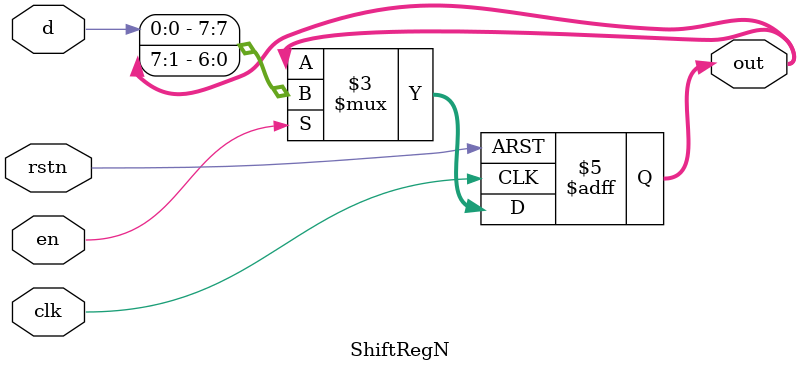
<source format=sv>
`timescale 1ns / 1ps

module ShiftRegN #(parameter N=8) (  
    input d,               // Declare input for data to the first flop in the shift register
    input clk,             // Declare input for clock to all flops in the shift register
    input en,              // Declare input for enable to switch the shift register on/off
    input rstn,            // Declare input to reset the register to a default value
    output reg [N-1:0] out // Declare output to read out the current value of all flops in this register
  );


  // This always block will "always" be triggered on the rising edge of clock
  // Once it enters the block, it will first check to see if reset is 0 and if yes then reset register
  // If no, then check to see if the shift register is enabled
  // If no => maintain previous output. If yes, then shift based on the requested direction
  always_ff @ (posedge clk or negedge rstn)
  begin
    if (!rstn)
      out <= 0;
    else if (en)
      out <= {d, out[N-1:1]};
  end
endmodule

</source>
